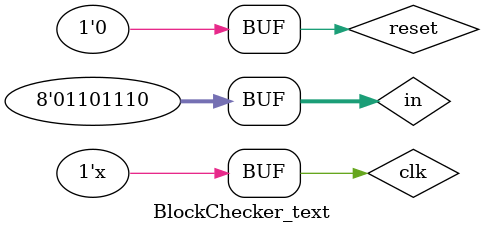
<source format=v>
`timescale 1ns / 1ps


module BlockChecker_text;

	// Inputs
	reg clk;
	reg reset;
	reg [7:0] in;

	// Outputs
	wire result;

	// Instantiate the Unit Under Test (UUT)
	BlockChecker uut (
		.clk(clk), 
		.reset(reset), 
		.in(in), 
		.result(result)
	);

	initial begin
		// Initialize Inputs
		clk = 0;
		reset = 0;
		in = "a";

		// Wait 100 ns for global reset to finish
		#2 reset =1 ;
		#10 reset = 0;
		in =" ";
		#10 in = "B";
		#10 in = "E";
		#10 in = "g";
		#10 in = "I";
		#10 in = "n";
		#10 in = " ";
		#10 in = "E";
		#10 in = "n";
		#10 in = "d";
		#10 in = "c";
		#10 in = " ";
		#10 in = "e";
		#10 in = "n";
		#10 in = "D";
		#10 in = " ";
		#10 in = "e";
		#10 in = "n";
		#10 in = "D";
		#10 in = "B";
		#10 in = "E";
		#10 in = "g";
		#10 in = "I";
		#10 in = "n";
		#10 in = " ";
		#10 in = " ";
		#10 in = "e";
		#10 in = "n";
		#10 in = "D";
		#10 in = " ";
		#10 in = "B";
		#10 in = "E";
		#10 in = "g";
		#10 in = "I";
		#10 in = "n";
		
        
		// Add stimulus here

	end
      always #5 clk = ~clk;
endmodule


</source>
